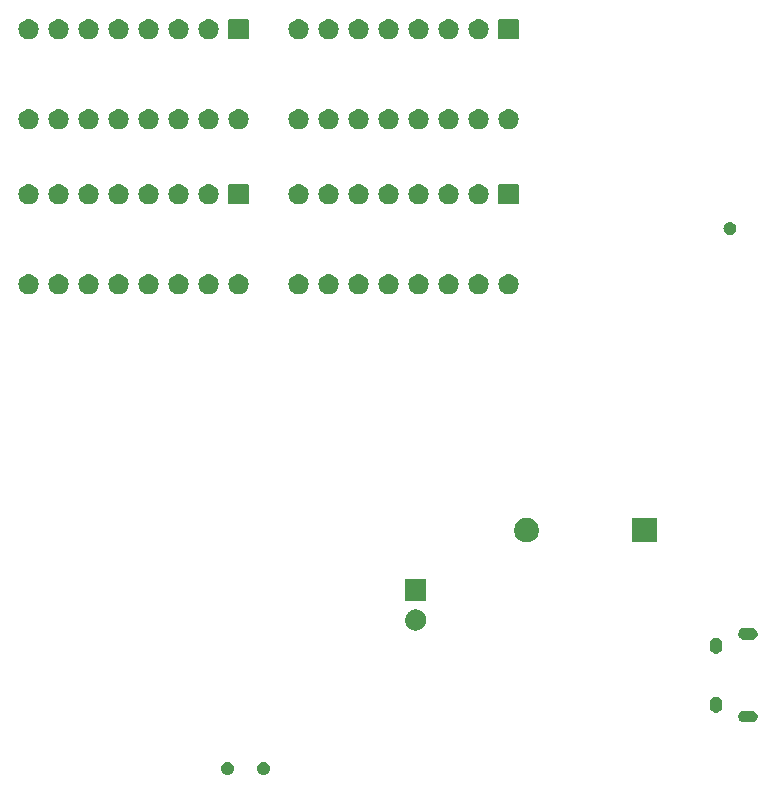
<source format=gbr>
%TF.GenerationSoftware,KiCad,Pcbnew,8.0.0-rc2*%
%TF.CreationDate,2024-01-29T17:44:33-08:00*%
%TF.ProjectId,fluke_884x_continuity_buzzer,666c756b-655f-4383-9834-785f636f6e74,REV1*%
%TF.SameCoordinates,Original*%
%TF.FileFunction,Soldermask,Bot*%
%TF.FilePolarity,Negative*%
%FSLAX46Y46*%
G04 Gerber Fmt 4.6, Leading zero omitted, Abs format (unit mm)*
G04 Created by KiCad (PCBNEW 8.0.0-rc2) date 2024-01-29 17:44:33*
%MOMM*%
%LPD*%
G01*
G04 APERTURE LIST*
G04 APERTURE END LIST*
G36*
X22082609Y-68417775D02*
G01*
X22215500Y-68472820D01*
X22329616Y-68560384D01*
X22417180Y-68674500D01*
X22472225Y-68807391D01*
X22491000Y-68950000D01*
X22472225Y-69092609D01*
X22417180Y-69225500D01*
X22329616Y-69339616D01*
X22215500Y-69427180D01*
X22082609Y-69482225D01*
X21940000Y-69501000D01*
X21797391Y-69482225D01*
X21664500Y-69427180D01*
X21550384Y-69339616D01*
X21462820Y-69225500D01*
X21407775Y-69092609D01*
X21389000Y-68950000D01*
X21407775Y-68807391D01*
X21462820Y-68674500D01*
X21550384Y-68560384D01*
X21664500Y-68472820D01*
X21797391Y-68417775D01*
X21940000Y-68399000D01*
X22082609Y-68417775D01*
G37*
G36*
X25132609Y-68417775D02*
G01*
X25265500Y-68472820D01*
X25379616Y-68560384D01*
X25467180Y-68674500D01*
X25522225Y-68807391D01*
X25541000Y-68950000D01*
X25522225Y-69092609D01*
X25467180Y-69225500D01*
X25379616Y-69339616D01*
X25265500Y-69427180D01*
X25132609Y-69482225D01*
X24990000Y-69501000D01*
X24847391Y-69482225D01*
X24714500Y-69427180D01*
X24600384Y-69339616D01*
X24512820Y-69225500D01*
X24457775Y-69092609D01*
X24439000Y-68950000D01*
X24457775Y-68807391D01*
X24512820Y-68674500D01*
X24600384Y-68560384D01*
X24714500Y-68472820D01*
X24847391Y-68417775D01*
X24990000Y-68399000D01*
X25132609Y-68417775D01*
G37*
G36*
X66384741Y-64045743D02*
G01*
X66509811Y-64079256D01*
X66621946Y-64143997D01*
X66713503Y-64235554D01*
X66778244Y-64347689D01*
X66811757Y-64472759D01*
X66811757Y-64602241D01*
X66778244Y-64727311D01*
X66713503Y-64839446D01*
X66621946Y-64931003D01*
X66509811Y-64995744D01*
X66384741Y-65029257D01*
X65660000Y-65033500D01*
X65595259Y-65029257D01*
X65470189Y-64995744D01*
X65358054Y-64931003D01*
X65266497Y-64839446D01*
X65201756Y-64727311D01*
X65168243Y-64602241D01*
X65168243Y-64472759D01*
X65201756Y-64347689D01*
X65266497Y-64235554D01*
X65358054Y-64143997D01*
X65470189Y-64079256D01*
X65595259Y-64045743D01*
X66320000Y-64041500D01*
X66384741Y-64045743D01*
G37*
G36*
X63491291Y-62901539D02*
G01*
X63610209Y-62970196D01*
X63707304Y-63067291D01*
X63775961Y-63186209D01*
X63811500Y-63318843D01*
X63816000Y-63687500D01*
X63811500Y-63756157D01*
X63775961Y-63888791D01*
X63707304Y-64007709D01*
X63610209Y-64104804D01*
X63491291Y-64173461D01*
X63358657Y-64209000D01*
X63221343Y-64209000D01*
X63088709Y-64173461D01*
X62969791Y-64104804D01*
X62872696Y-64007709D01*
X62804039Y-63888791D01*
X62768500Y-63756157D01*
X62764000Y-63387500D01*
X62768500Y-63318843D01*
X62804039Y-63186209D01*
X62872696Y-63067291D01*
X62969791Y-62970196D01*
X63088709Y-62901539D01*
X63221343Y-62866000D01*
X63358657Y-62866000D01*
X63491291Y-62901539D01*
G37*
G36*
X63491291Y-57901539D02*
G01*
X63610209Y-57970196D01*
X63707304Y-58067291D01*
X63775961Y-58186209D01*
X63811500Y-58318843D01*
X63816000Y-58687500D01*
X63811500Y-58756157D01*
X63775961Y-58888791D01*
X63707304Y-59007709D01*
X63610209Y-59104804D01*
X63491291Y-59173461D01*
X63358657Y-59209000D01*
X63221343Y-59209000D01*
X63088709Y-59173461D01*
X62969791Y-59104804D01*
X62872696Y-59007709D01*
X62804039Y-58888791D01*
X62768500Y-58756157D01*
X62764000Y-58387500D01*
X62768500Y-58318843D01*
X62804039Y-58186209D01*
X62872696Y-58067291D01*
X62969791Y-57970196D01*
X63088709Y-57901539D01*
X63221343Y-57866000D01*
X63358657Y-57866000D01*
X63491291Y-57901539D01*
G37*
G36*
X66384741Y-57045743D02*
G01*
X66509811Y-57079256D01*
X66621946Y-57143997D01*
X66713503Y-57235554D01*
X66778244Y-57347689D01*
X66811757Y-57472759D01*
X66811757Y-57602241D01*
X66778244Y-57727311D01*
X66713503Y-57839446D01*
X66621946Y-57931003D01*
X66509811Y-57995744D01*
X66384741Y-58029257D01*
X65660000Y-58033500D01*
X65595259Y-58029257D01*
X65470189Y-57995744D01*
X65358054Y-57931003D01*
X65266497Y-57839446D01*
X65201756Y-57727311D01*
X65168243Y-57602241D01*
X65168243Y-57472759D01*
X65201756Y-57347689D01*
X65266497Y-57235554D01*
X65358054Y-57143997D01*
X65470189Y-57079256D01*
X65595259Y-57045743D01*
X66320000Y-57041500D01*
X66384741Y-57045743D01*
G37*
G36*
X37907913Y-55468936D02*
G01*
X37954180Y-55468936D01*
X37994129Y-55477427D01*
X38035733Y-55481525D01*
X38087998Y-55497379D01*
X38138424Y-55508098D01*
X38170694Y-55522465D01*
X38204712Y-55532785D01*
X38258767Y-55561678D01*
X38310500Y-55584711D01*
X38334551Y-55602185D01*
X38360447Y-55616027D01*
X38413271Y-55659378D01*
X38462887Y-55695427D01*
X38478996Y-55713318D01*
X38496948Y-55728051D01*
X38545188Y-55786831D01*
X38588924Y-55835405D01*
X38598111Y-55851319D01*
X38608972Y-55864552D01*
X38649149Y-55939719D01*
X38683104Y-55998530D01*
X38687009Y-56010550D01*
X38692214Y-56020287D01*
X38720913Y-56114896D01*
X38741311Y-56177672D01*
X38742028Y-56184502D01*
X38743474Y-56189266D01*
X38757536Y-56332042D01*
X38761000Y-56365000D01*
X38757535Y-56397959D01*
X38743474Y-56540733D01*
X38742029Y-56545496D01*
X38741311Y-56552328D01*
X38720909Y-56615117D01*
X38692214Y-56709712D01*
X38687010Y-56719447D01*
X38683104Y-56731470D01*
X38649142Y-56790293D01*
X38608972Y-56865447D01*
X38598113Y-56878677D01*
X38588924Y-56894595D01*
X38545178Y-56943178D01*
X38496948Y-57001948D01*
X38479000Y-57016677D01*
X38462887Y-57034573D01*
X38413260Y-57070628D01*
X38360447Y-57113972D01*
X38334557Y-57127810D01*
X38310500Y-57145289D01*
X38258756Y-57168326D01*
X38204712Y-57197214D01*
X38170701Y-57207531D01*
X38138424Y-57221902D01*
X38087987Y-57232622D01*
X38035733Y-57248474D01*
X37994138Y-57252570D01*
X37954180Y-57261064D01*
X37907903Y-57261064D01*
X37860000Y-57265782D01*
X37812097Y-57261064D01*
X37765820Y-57261064D01*
X37725862Y-57252570D01*
X37684266Y-57248474D01*
X37632009Y-57232621D01*
X37581576Y-57221902D01*
X37549300Y-57207532D01*
X37515287Y-57197214D01*
X37461237Y-57168323D01*
X37409500Y-57145289D01*
X37385445Y-57127812D01*
X37359552Y-57113972D01*
X37306730Y-57070622D01*
X37257113Y-57034573D01*
X37241002Y-57016680D01*
X37223051Y-57001948D01*
X37174809Y-56943166D01*
X37131076Y-56894595D01*
X37121888Y-56878681D01*
X37111027Y-56865447D01*
X37070844Y-56790269D01*
X37036896Y-56731470D01*
X37032991Y-56719451D01*
X37027785Y-56709712D01*
X36999075Y-56615071D01*
X36978689Y-56552328D01*
X36977971Y-56545501D01*
X36976525Y-56540733D01*
X36962448Y-56397808D01*
X36959000Y-56365000D01*
X36962448Y-56332194D01*
X36976525Y-56189266D01*
X36977971Y-56184497D01*
X36978689Y-56177672D01*
X36999071Y-56114942D01*
X37027785Y-56020287D01*
X37032991Y-56010545D01*
X37036896Y-55998530D01*
X37070836Y-55939742D01*
X37111027Y-55864552D01*
X37121890Y-55851314D01*
X37131076Y-55835405D01*
X37174800Y-55786843D01*
X37223051Y-55728051D01*
X37241005Y-55713315D01*
X37257113Y-55695427D01*
X37306720Y-55659385D01*
X37359552Y-55616027D01*
X37385450Y-55602183D01*
X37409500Y-55584711D01*
X37461226Y-55561681D01*
X37515287Y-55532785D01*
X37549307Y-55522464D01*
X37581576Y-55508098D01*
X37631998Y-55497380D01*
X37684266Y-55481525D01*
X37725871Y-55477427D01*
X37765820Y-55468936D01*
X37812086Y-55468936D01*
X37860000Y-55464217D01*
X37907913Y-55468936D01*
G37*
G36*
X38729517Y-52927882D02*
G01*
X38746062Y-52938938D01*
X38757118Y-52955483D01*
X38761000Y-52975000D01*
X38761000Y-54675000D01*
X38757118Y-54694517D01*
X38746062Y-54711062D01*
X38729517Y-54722118D01*
X38710000Y-54726000D01*
X37010000Y-54726000D01*
X36990483Y-54722118D01*
X36973938Y-54711062D01*
X36962882Y-54694517D01*
X36959000Y-54675000D01*
X36959000Y-52975000D01*
X36962882Y-52955483D01*
X36973938Y-52938938D01*
X36990483Y-52927882D01*
X37010000Y-52924000D01*
X38710000Y-52924000D01*
X38729517Y-52927882D01*
G37*
G36*
X47287465Y-47703675D02*
G01*
X47336955Y-47703675D01*
X47392070Y-47713977D01*
X47445040Y-47719195D01*
X47485279Y-47731401D01*
X47527570Y-47739307D01*
X47586142Y-47761997D01*
X47642200Y-47779003D01*
X47674231Y-47796123D01*
X47708382Y-47809354D01*
X47767719Y-47846093D01*
X47823904Y-47876125D01*
X47847509Y-47895497D01*
X47873251Y-47911436D01*
X47930290Y-47963434D01*
X47983169Y-48006831D01*
X47998839Y-48025924D01*
X48016557Y-48042077D01*
X48067989Y-48110184D01*
X48113875Y-48166096D01*
X48122748Y-48182697D01*
X48133415Y-48196822D01*
X48175860Y-48282064D01*
X48210997Y-48347800D01*
X48214743Y-48360151D01*
X48219848Y-48370402D01*
X48249997Y-48476368D01*
X48270805Y-48544960D01*
X48271488Y-48551900D01*
X48272915Y-48556914D01*
X48287739Y-48716893D01*
X48291000Y-48750000D01*
X48287738Y-48783109D01*
X48272915Y-48943085D01*
X48271488Y-48948097D01*
X48270805Y-48955040D01*
X48249993Y-49023646D01*
X48219848Y-49129597D01*
X48214744Y-49139846D01*
X48210997Y-49152200D01*
X48175853Y-49217949D01*
X48133415Y-49303177D01*
X48122750Y-49317299D01*
X48113875Y-49333904D01*
X48067979Y-49389827D01*
X48016557Y-49457922D01*
X47998842Y-49474071D01*
X47983169Y-49493169D01*
X47930279Y-49536574D01*
X47873251Y-49588563D01*
X47847514Y-49604498D01*
X47823904Y-49623875D01*
X47767707Y-49653912D01*
X47708382Y-49690645D01*
X47674238Y-49703872D01*
X47642200Y-49720997D01*
X47586130Y-49738005D01*
X47527570Y-49760692D01*
X47485286Y-49768596D01*
X47445040Y-49780805D01*
X47392067Y-49786022D01*
X47336955Y-49796325D01*
X47287465Y-49796325D01*
X47240000Y-49801000D01*
X47192535Y-49796325D01*
X47143045Y-49796325D01*
X47087931Y-49786022D01*
X47034960Y-49780805D01*
X46994714Y-49768596D01*
X46952429Y-49760692D01*
X46893865Y-49738004D01*
X46837800Y-49720997D01*
X46805764Y-49703873D01*
X46771617Y-49690645D01*
X46712285Y-49653908D01*
X46656096Y-49623875D01*
X46632488Y-49604500D01*
X46606748Y-49588563D01*
X46549710Y-49536565D01*
X46496831Y-49493169D01*
X46481160Y-49474074D01*
X46463442Y-49457922D01*
X46412007Y-49389811D01*
X46366125Y-49333904D01*
X46357252Y-49317303D01*
X46346584Y-49303177D01*
X46304131Y-49217921D01*
X46269003Y-49152200D01*
X46265257Y-49139851D01*
X46260151Y-49129597D01*
X46229990Y-49023593D01*
X46209195Y-48955040D01*
X46208511Y-48948103D01*
X46207084Y-48943085D01*
X46192244Y-48782938D01*
X46189000Y-48750000D01*
X46192243Y-48717064D01*
X46207084Y-48556914D01*
X46208511Y-48551895D01*
X46209195Y-48544960D01*
X46229986Y-48476421D01*
X46260151Y-48370402D01*
X46265257Y-48360146D01*
X46269003Y-48347800D01*
X46304124Y-48282091D01*
X46346584Y-48196822D01*
X46357253Y-48182692D01*
X46366125Y-48166096D01*
X46411998Y-48110199D01*
X46463442Y-48042077D01*
X46481163Y-48025921D01*
X46496831Y-48006831D01*
X46549699Y-47963443D01*
X46606748Y-47911436D01*
X46632493Y-47895495D01*
X46656096Y-47876125D01*
X46712273Y-47846097D01*
X46771617Y-47809354D01*
X46805771Y-47796122D01*
X46837800Y-47779003D01*
X46893853Y-47761999D01*
X46952429Y-47739307D01*
X46994721Y-47731401D01*
X47034960Y-47719195D01*
X47087928Y-47713977D01*
X47143045Y-47703675D01*
X47192535Y-47703675D01*
X47240000Y-47699000D01*
X47287465Y-47703675D01*
G37*
G36*
X58259517Y-47702882D02*
G01*
X58276062Y-47713938D01*
X58287118Y-47730483D01*
X58291000Y-47750000D01*
X58291000Y-49750000D01*
X58287118Y-49769517D01*
X58276062Y-49786062D01*
X58259517Y-49797118D01*
X58240000Y-49801000D01*
X56240000Y-49801000D01*
X56220483Y-49797118D01*
X56203938Y-49786062D01*
X56192882Y-49769517D01*
X56189000Y-49750000D01*
X56189000Y-47750000D01*
X56192882Y-47730483D01*
X56203938Y-47713938D01*
X56220483Y-47702882D01*
X56240000Y-47699000D01*
X58240000Y-47699000D01*
X58259517Y-47702882D01*
G37*
G36*
X5342973Y-27130651D02*
G01*
X5505500Y-27203012D01*
X5649430Y-27307584D01*
X5768473Y-27439795D01*
X5857427Y-27593867D01*
X5912404Y-27763067D01*
X5931000Y-27940000D01*
X5912404Y-28116933D01*
X5857427Y-28286133D01*
X5768473Y-28440205D01*
X5649430Y-28572416D01*
X5505500Y-28676988D01*
X5342973Y-28749349D01*
X5168954Y-28786338D01*
X4991046Y-28786338D01*
X4817027Y-28749349D01*
X4654500Y-28676988D01*
X4510570Y-28572416D01*
X4391527Y-28440205D01*
X4302573Y-28286133D01*
X4247596Y-28116933D01*
X4229000Y-27940000D01*
X4247596Y-27763067D01*
X4302573Y-27593867D01*
X4391527Y-27439795D01*
X4510570Y-27307584D01*
X4654500Y-27203012D01*
X4817027Y-27130651D01*
X4991046Y-27093662D01*
X5168954Y-27093662D01*
X5342973Y-27130651D01*
G37*
G36*
X7882973Y-27130651D02*
G01*
X8045500Y-27203012D01*
X8189430Y-27307584D01*
X8308473Y-27439795D01*
X8397427Y-27593867D01*
X8452404Y-27763067D01*
X8471000Y-27940000D01*
X8452404Y-28116933D01*
X8397427Y-28286133D01*
X8308473Y-28440205D01*
X8189430Y-28572416D01*
X8045500Y-28676988D01*
X7882973Y-28749349D01*
X7708954Y-28786338D01*
X7531046Y-28786338D01*
X7357027Y-28749349D01*
X7194500Y-28676988D01*
X7050570Y-28572416D01*
X6931527Y-28440205D01*
X6842573Y-28286133D01*
X6787596Y-28116933D01*
X6769000Y-27940000D01*
X6787596Y-27763067D01*
X6842573Y-27593867D01*
X6931527Y-27439795D01*
X7050570Y-27307584D01*
X7194500Y-27203012D01*
X7357027Y-27130651D01*
X7531046Y-27093662D01*
X7708954Y-27093662D01*
X7882973Y-27130651D01*
G37*
G36*
X10422973Y-27130651D02*
G01*
X10585500Y-27203012D01*
X10729430Y-27307584D01*
X10848473Y-27439795D01*
X10937427Y-27593867D01*
X10992404Y-27763067D01*
X11011000Y-27940000D01*
X10992404Y-28116933D01*
X10937427Y-28286133D01*
X10848473Y-28440205D01*
X10729430Y-28572416D01*
X10585500Y-28676988D01*
X10422973Y-28749349D01*
X10248954Y-28786338D01*
X10071046Y-28786338D01*
X9897027Y-28749349D01*
X9734500Y-28676988D01*
X9590570Y-28572416D01*
X9471527Y-28440205D01*
X9382573Y-28286133D01*
X9327596Y-28116933D01*
X9309000Y-27940000D01*
X9327596Y-27763067D01*
X9382573Y-27593867D01*
X9471527Y-27439795D01*
X9590570Y-27307584D01*
X9734500Y-27203012D01*
X9897027Y-27130651D01*
X10071046Y-27093662D01*
X10248954Y-27093662D01*
X10422973Y-27130651D01*
G37*
G36*
X12962973Y-27130651D02*
G01*
X13125500Y-27203012D01*
X13269430Y-27307584D01*
X13388473Y-27439795D01*
X13477427Y-27593867D01*
X13532404Y-27763067D01*
X13551000Y-27940000D01*
X13532404Y-28116933D01*
X13477427Y-28286133D01*
X13388473Y-28440205D01*
X13269430Y-28572416D01*
X13125500Y-28676988D01*
X12962973Y-28749349D01*
X12788954Y-28786338D01*
X12611046Y-28786338D01*
X12437027Y-28749349D01*
X12274500Y-28676988D01*
X12130570Y-28572416D01*
X12011527Y-28440205D01*
X11922573Y-28286133D01*
X11867596Y-28116933D01*
X11849000Y-27940000D01*
X11867596Y-27763067D01*
X11922573Y-27593867D01*
X12011527Y-27439795D01*
X12130570Y-27307584D01*
X12274500Y-27203012D01*
X12437027Y-27130651D01*
X12611046Y-27093662D01*
X12788954Y-27093662D01*
X12962973Y-27130651D01*
G37*
G36*
X15502973Y-27130651D02*
G01*
X15665500Y-27203012D01*
X15809430Y-27307584D01*
X15928473Y-27439795D01*
X16017427Y-27593867D01*
X16072404Y-27763067D01*
X16091000Y-27940000D01*
X16072404Y-28116933D01*
X16017427Y-28286133D01*
X15928473Y-28440205D01*
X15809430Y-28572416D01*
X15665500Y-28676988D01*
X15502973Y-28749349D01*
X15328954Y-28786338D01*
X15151046Y-28786338D01*
X14977027Y-28749349D01*
X14814500Y-28676988D01*
X14670570Y-28572416D01*
X14551527Y-28440205D01*
X14462573Y-28286133D01*
X14407596Y-28116933D01*
X14389000Y-27940000D01*
X14407596Y-27763067D01*
X14462573Y-27593867D01*
X14551527Y-27439795D01*
X14670570Y-27307584D01*
X14814500Y-27203012D01*
X14977027Y-27130651D01*
X15151046Y-27093662D01*
X15328954Y-27093662D01*
X15502973Y-27130651D01*
G37*
G36*
X18042973Y-27130651D02*
G01*
X18205500Y-27203012D01*
X18349430Y-27307584D01*
X18468473Y-27439795D01*
X18557427Y-27593867D01*
X18612404Y-27763067D01*
X18631000Y-27940000D01*
X18612404Y-28116933D01*
X18557427Y-28286133D01*
X18468473Y-28440205D01*
X18349430Y-28572416D01*
X18205500Y-28676988D01*
X18042973Y-28749349D01*
X17868954Y-28786338D01*
X17691046Y-28786338D01*
X17517027Y-28749349D01*
X17354500Y-28676988D01*
X17210570Y-28572416D01*
X17091527Y-28440205D01*
X17002573Y-28286133D01*
X16947596Y-28116933D01*
X16929000Y-27940000D01*
X16947596Y-27763067D01*
X17002573Y-27593867D01*
X17091527Y-27439795D01*
X17210570Y-27307584D01*
X17354500Y-27203012D01*
X17517027Y-27130651D01*
X17691046Y-27093662D01*
X17868954Y-27093662D01*
X18042973Y-27130651D01*
G37*
G36*
X20582973Y-27130651D02*
G01*
X20745500Y-27203012D01*
X20889430Y-27307584D01*
X21008473Y-27439795D01*
X21097427Y-27593867D01*
X21152404Y-27763067D01*
X21171000Y-27940000D01*
X21152404Y-28116933D01*
X21097427Y-28286133D01*
X21008473Y-28440205D01*
X20889430Y-28572416D01*
X20745500Y-28676988D01*
X20582973Y-28749349D01*
X20408954Y-28786338D01*
X20231046Y-28786338D01*
X20057027Y-28749349D01*
X19894500Y-28676988D01*
X19750570Y-28572416D01*
X19631527Y-28440205D01*
X19542573Y-28286133D01*
X19487596Y-28116933D01*
X19469000Y-27940000D01*
X19487596Y-27763067D01*
X19542573Y-27593867D01*
X19631527Y-27439795D01*
X19750570Y-27307584D01*
X19894500Y-27203012D01*
X20057027Y-27130651D01*
X20231046Y-27093662D01*
X20408954Y-27093662D01*
X20582973Y-27130651D01*
G37*
G36*
X23122973Y-27130651D02*
G01*
X23285500Y-27203012D01*
X23429430Y-27307584D01*
X23548473Y-27439795D01*
X23637427Y-27593867D01*
X23692404Y-27763067D01*
X23711000Y-27940000D01*
X23692404Y-28116933D01*
X23637427Y-28286133D01*
X23548473Y-28440205D01*
X23429430Y-28572416D01*
X23285500Y-28676988D01*
X23122973Y-28749349D01*
X22948954Y-28786338D01*
X22771046Y-28786338D01*
X22597027Y-28749349D01*
X22434500Y-28676988D01*
X22290570Y-28572416D01*
X22171527Y-28440205D01*
X22082573Y-28286133D01*
X22027596Y-28116933D01*
X22009000Y-27940000D01*
X22027596Y-27763067D01*
X22082573Y-27593867D01*
X22171527Y-27439795D01*
X22290570Y-27307584D01*
X22434500Y-27203012D01*
X22597027Y-27130651D01*
X22771046Y-27093662D01*
X22948954Y-27093662D01*
X23122973Y-27130651D01*
G37*
G36*
X28202973Y-27130651D02*
G01*
X28365500Y-27203012D01*
X28509430Y-27307584D01*
X28628473Y-27439795D01*
X28717427Y-27593867D01*
X28772404Y-27763067D01*
X28791000Y-27940000D01*
X28772404Y-28116933D01*
X28717427Y-28286133D01*
X28628473Y-28440205D01*
X28509430Y-28572416D01*
X28365500Y-28676988D01*
X28202973Y-28749349D01*
X28028954Y-28786338D01*
X27851046Y-28786338D01*
X27677027Y-28749349D01*
X27514500Y-28676988D01*
X27370570Y-28572416D01*
X27251527Y-28440205D01*
X27162573Y-28286133D01*
X27107596Y-28116933D01*
X27089000Y-27940000D01*
X27107596Y-27763067D01*
X27162573Y-27593867D01*
X27251527Y-27439795D01*
X27370570Y-27307584D01*
X27514500Y-27203012D01*
X27677027Y-27130651D01*
X27851046Y-27093662D01*
X28028954Y-27093662D01*
X28202973Y-27130651D01*
G37*
G36*
X30742973Y-27130651D02*
G01*
X30905500Y-27203012D01*
X31049430Y-27307584D01*
X31168473Y-27439795D01*
X31257427Y-27593867D01*
X31312404Y-27763067D01*
X31331000Y-27940000D01*
X31312404Y-28116933D01*
X31257427Y-28286133D01*
X31168473Y-28440205D01*
X31049430Y-28572416D01*
X30905500Y-28676988D01*
X30742973Y-28749349D01*
X30568954Y-28786338D01*
X30391046Y-28786338D01*
X30217027Y-28749349D01*
X30054500Y-28676988D01*
X29910570Y-28572416D01*
X29791527Y-28440205D01*
X29702573Y-28286133D01*
X29647596Y-28116933D01*
X29629000Y-27940000D01*
X29647596Y-27763067D01*
X29702573Y-27593867D01*
X29791527Y-27439795D01*
X29910570Y-27307584D01*
X30054500Y-27203012D01*
X30217027Y-27130651D01*
X30391046Y-27093662D01*
X30568954Y-27093662D01*
X30742973Y-27130651D01*
G37*
G36*
X33282973Y-27130651D02*
G01*
X33445500Y-27203012D01*
X33589430Y-27307584D01*
X33708473Y-27439795D01*
X33797427Y-27593867D01*
X33852404Y-27763067D01*
X33871000Y-27940000D01*
X33852404Y-28116933D01*
X33797427Y-28286133D01*
X33708473Y-28440205D01*
X33589430Y-28572416D01*
X33445500Y-28676988D01*
X33282973Y-28749349D01*
X33108954Y-28786338D01*
X32931046Y-28786338D01*
X32757027Y-28749349D01*
X32594500Y-28676988D01*
X32450570Y-28572416D01*
X32331527Y-28440205D01*
X32242573Y-28286133D01*
X32187596Y-28116933D01*
X32169000Y-27940000D01*
X32187596Y-27763067D01*
X32242573Y-27593867D01*
X32331527Y-27439795D01*
X32450570Y-27307584D01*
X32594500Y-27203012D01*
X32757027Y-27130651D01*
X32931046Y-27093662D01*
X33108954Y-27093662D01*
X33282973Y-27130651D01*
G37*
G36*
X35822973Y-27130651D02*
G01*
X35985500Y-27203012D01*
X36129430Y-27307584D01*
X36248473Y-27439795D01*
X36337427Y-27593867D01*
X36392404Y-27763067D01*
X36411000Y-27940000D01*
X36392404Y-28116933D01*
X36337427Y-28286133D01*
X36248473Y-28440205D01*
X36129430Y-28572416D01*
X35985500Y-28676988D01*
X35822973Y-28749349D01*
X35648954Y-28786338D01*
X35471046Y-28786338D01*
X35297027Y-28749349D01*
X35134500Y-28676988D01*
X34990570Y-28572416D01*
X34871527Y-28440205D01*
X34782573Y-28286133D01*
X34727596Y-28116933D01*
X34709000Y-27940000D01*
X34727596Y-27763067D01*
X34782573Y-27593867D01*
X34871527Y-27439795D01*
X34990570Y-27307584D01*
X35134500Y-27203012D01*
X35297027Y-27130651D01*
X35471046Y-27093662D01*
X35648954Y-27093662D01*
X35822973Y-27130651D01*
G37*
G36*
X38362973Y-27130651D02*
G01*
X38525500Y-27203012D01*
X38669430Y-27307584D01*
X38788473Y-27439795D01*
X38877427Y-27593867D01*
X38932404Y-27763067D01*
X38951000Y-27940000D01*
X38932404Y-28116933D01*
X38877427Y-28286133D01*
X38788473Y-28440205D01*
X38669430Y-28572416D01*
X38525500Y-28676988D01*
X38362973Y-28749349D01*
X38188954Y-28786338D01*
X38011046Y-28786338D01*
X37837027Y-28749349D01*
X37674500Y-28676988D01*
X37530570Y-28572416D01*
X37411527Y-28440205D01*
X37322573Y-28286133D01*
X37267596Y-28116933D01*
X37249000Y-27940000D01*
X37267596Y-27763067D01*
X37322573Y-27593867D01*
X37411527Y-27439795D01*
X37530570Y-27307584D01*
X37674500Y-27203012D01*
X37837027Y-27130651D01*
X38011046Y-27093662D01*
X38188954Y-27093662D01*
X38362973Y-27130651D01*
G37*
G36*
X40902973Y-27130651D02*
G01*
X41065500Y-27203012D01*
X41209430Y-27307584D01*
X41328473Y-27439795D01*
X41417427Y-27593867D01*
X41472404Y-27763067D01*
X41491000Y-27940000D01*
X41472404Y-28116933D01*
X41417427Y-28286133D01*
X41328473Y-28440205D01*
X41209430Y-28572416D01*
X41065500Y-28676988D01*
X40902973Y-28749349D01*
X40728954Y-28786338D01*
X40551046Y-28786338D01*
X40377027Y-28749349D01*
X40214500Y-28676988D01*
X40070570Y-28572416D01*
X39951527Y-28440205D01*
X39862573Y-28286133D01*
X39807596Y-28116933D01*
X39789000Y-27940000D01*
X39807596Y-27763067D01*
X39862573Y-27593867D01*
X39951527Y-27439795D01*
X40070570Y-27307584D01*
X40214500Y-27203012D01*
X40377027Y-27130651D01*
X40551046Y-27093662D01*
X40728954Y-27093662D01*
X40902973Y-27130651D01*
G37*
G36*
X43442973Y-27130651D02*
G01*
X43605500Y-27203012D01*
X43749430Y-27307584D01*
X43868473Y-27439795D01*
X43957427Y-27593867D01*
X44012404Y-27763067D01*
X44031000Y-27940000D01*
X44012404Y-28116933D01*
X43957427Y-28286133D01*
X43868473Y-28440205D01*
X43749430Y-28572416D01*
X43605500Y-28676988D01*
X43442973Y-28749349D01*
X43268954Y-28786338D01*
X43091046Y-28786338D01*
X42917027Y-28749349D01*
X42754500Y-28676988D01*
X42610570Y-28572416D01*
X42491527Y-28440205D01*
X42402573Y-28286133D01*
X42347596Y-28116933D01*
X42329000Y-27940000D01*
X42347596Y-27763067D01*
X42402573Y-27593867D01*
X42491527Y-27439795D01*
X42610570Y-27307584D01*
X42754500Y-27203012D01*
X42917027Y-27130651D01*
X43091046Y-27093662D01*
X43268954Y-27093662D01*
X43442973Y-27130651D01*
G37*
G36*
X45982973Y-27130651D02*
G01*
X46145500Y-27203012D01*
X46289430Y-27307584D01*
X46408473Y-27439795D01*
X46497427Y-27593867D01*
X46552404Y-27763067D01*
X46571000Y-27940000D01*
X46552404Y-28116933D01*
X46497427Y-28286133D01*
X46408473Y-28440205D01*
X46289430Y-28572416D01*
X46145500Y-28676988D01*
X45982973Y-28749349D01*
X45808954Y-28786338D01*
X45631046Y-28786338D01*
X45457027Y-28749349D01*
X45294500Y-28676988D01*
X45150570Y-28572416D01*
X45031527Y-28440205D01*
X44942573Y-28286133D01*
X44887596Y-28116933D01*
X44869000Y-27940000D01*
X44887596Y-27763067D01*
X44942573Y-27593867D01*
X45031527Y-27439795D01*
X45150570Y-27307584D01*
X45294500Y-27203012D01*
X45457027Y-27130651D01*
X45631046Y-27093662D01*
X45808954Y-27093662D01*
X45982973Y-27130651D01*
G37*
G36*
X64602609Y-22667775D02*
G01*
X64735500Y-22722820D01*
X64849616Y-22810384D01*
X64937180Y-22924500D01*
X64992225Y-23057391D01*
X65011000Y-23200000D01*
X64992225Y-23342609D01*
X64937180Y-23475500D01*
X64849616Y-23589616D01*
X64735500Y-23677180D01*
X64602609Y-23732225D01*
X64460000Y-23751000D01*
X64317391Y-23732225D01*
X64184500Y-23677180D01*
X64070384Y-23589616D01*
X63982820Y-23475500D01*
X63927775Y-23342609D01*
X63909000Y-23200000D01*
X63927775Y-23057391D01*
X63982820Y-22924500D01*
X64070384Y-22810384D01*
X64184500Y-22722820D01*
X64317391Y-22667775D01*
X64460000Y-22649000D01*
X64602609Y-22667775D01*
G37*
G36*
X23679517Y-19472882D02*
G01*
X23696062Y-19483938D01*
X23707118Y-19500483D01*
X23711000Y-19520000D01*
X23711000Y-21120000D01*
X23707118Y-21139517D01*
X23696062Y-21156062D01*
X23679517Y-21167118D01*
X23660000Y-21171000D01*
X22060000Y-21171000D01*
X22040483Y-21167118D01*
X22023938Y-21156062D01*
X22012882Y-21139517D01*
X22009000Y-21120000D01*
X22009000Y-19520000D01*
X22012882Y-19500483D01*
X22023938Y-19483938D01*
X22040483Y-19472882D01*
X22060000Y-19469000D01*
X23660000Y-19469000D01*
X23679517Y-19472882D01*
G37*
G36*
X46539517Y-19472882D02*
G01*
X46556062Y-19483938D01*
X46567118Y-19500483D01*
X46571000Y-19520000D01*
X46571000Y-21120000D01*
X46567118Y-21139517D01*
X46556062Y-21156062D01*
X46539517Y-21167118D01*
X46520000Y-21171000D01*
X44920000Y-21171000D01*
X44900483Y-21167118D01*
X44883938Y-21156062D01*
X44872882Y-21139517D01*
X44869000Y-21120000D01*
X44869000Y-19520000D01*
X44872882Y-19500483D01*
X44883938Y-19483938D01*
X44900483Y-19472882D01*
X44920000Y-19469000D01*
X46520000Y-19469000D01*
X46539517Y-19472882D01*
G37*
G36*
X5342973Y-19510651D02*
G01*
X5505500Y-19583012D01*
X5649430Y-19687584D01*
X5768473Y-19819795D01*
X5857427Y-19973867D01*
X5912404Y-20143067D01*
X5931000Y-20320000D01*
X5912404Y-20496933D01*
X5857427Y-20666133D01*
X5768473Y-20820205D01*
X5649430Y-20952416D01*
X5505500Y-21056988D01*
X5342973Y-21129349D01*
X5168954Y-21166338D01*
X4991046Y-21166338D01*
X4817027Y-21129349D01*
X4654500Y-21056988D01*
X4510570Y-20952416D01*
X4391527Y-20820205D01*
X4302573Y-20666133D01*
X4247596Y-20496933D01*
X4229000Y-20320000D01*
X4247596Y-20143067D01*
X4302573Y-19973867D01*
X4391527Y-19819795D01*
X4510570Y-19687584D01*
X4654500Y-19583012D01*
X4817027Y-19510651D01*
X4991046Y-19473662D01*
X5168954Y-19473662D01*
X5342973Y-19510651D01*
G37*
G36*
X7882973Y-19510651D02*
G01*
X8045500Y-19583012D01*
X8189430Y-19687584D01*
X8308473Y-19819795D01*
X8397427Y-19973867D01*
X8452404Y-20143067D01*
X8471000Y-20320000D01*
X8452404Y-20496933D01*
X8397427Y-20666133D01*
X8308473Y-20820205D01*
X8189430Y-20952416D01*
X8045500Y-21056988D01*
X7882973Y-21129349D01*
X7708954Y-21166338D01*
X7531046Y-21166338D01*
X7357027Y-21129349D01*
X7194500Y-21056988D01*
X7050570Y-20952416D01*
X6931527Y-20820205D01*
X6842573Y-20666133D01*
X6787596Y-20496933D01*
X6769000Y-20320000D01*
X6787596Y-20143067D01*
X6842573Y-19973867D01*
X6931527Y-19819795D01*
X7050570Y-19687584D01*
X7194500Y-19583012D01*
X7357027Y-19510651D01*
X7531046Y-19473662D01*
X7708954Y-19473662D01*
X7882973Y-19510651D01*
G37*
G36*
X10422973Y-19510651D02*
G01*
X10585500Y-19583012D01*
X10729430Y-19687584D01*
X10848473Y-19819795D01*
X10937427Y-19973867D01*
X10992404Y-20143067D01*
X11011000Y-20320000D01*
X10992404Y-20496933D01*
X10937427Y-20666133D01*
X10848473Y-20820205D01*
X10729430Y-20952416D01*
X10585500Y-21056988D01*
X10422973Y-21129349D01*
X10248954Y-21166338D01*
X10071046Y-21166338D01*
X9897027Y-21129349D01*
X9734500Y-21056988D01*
X9590570Y-20952416D01*
X9471527Y-20820205D01*
X9382573Y-20666133D01*
X9327596Y-20496933D01*
X9309000Y-20320000D01*
X9327596Y-20143067D01*
X9382573Y-19973867D01*
X9471527Y-19819795D01*
X9590570Y-19687584D01*
X9734500Y-19583012D01*
X9897027Y-19510651D01*
X10071046Y-19473662D01*
X10248954Y-19473662D01*
X10422973Y-19510651D01*
G37*
G36*
X12962973Y-19510651D02*
G01*
X13125500Y-19583012D01*
X13269430Y-19687584D01*
X13388473Y-19819795D01*
X13477427Y-19973867D01*
X13532404Y-20143067D01*
X13551000Y-20320000D01*
X13532404Y-20496933D01*
X13477427Y-20666133D01*
X13388473Y-20820205D01*
X13269430Y-20952416D01*
X13125500Y-21056988D01*
X12962973Y-21129349D01*
X12788954Y-21166338D01*
X12611046Y-21166338D01*
X12437027Y-21129349D01*
X12274500Y-21056988D01*
X12130570Y-20952416D01*
X12011527Y-20820205D01*
X11922573Y-20666133D01*
X11867596Y-20496933D01*
X11849000Y-20320000D01*
X11867596Y-20143067D01*
X11922573Y-19973867D01*
X12011527Y-19819795D01*
X12130570Y-19687584D01*
X12274500Y-19583012D01*
X12437027Y-19510651D01*
X12611046Y-19473662D01*
X12788954Y-19473662D01*
X12962973Y-19510651D01*
G37*
G36*
X15502973Y-19510651D02*
G01*
X15665500Y-19583012D01*
X15809430Y-19687584D01*
X15928473Y-19819795D01*
X16017427Y-19973867D01*
X16072404Y-20143067D01*
X16091000Y-20320000D01*
X16072404Y-20496933D01*
X16017427Y-20666133D01*
X15928473Y-20820205D01*
X15809430Y-20952416D01*
X15665500Y-21056988D01*
X15502973Y-21129349D01*
X15328954Y-21166338D01*
X15151046Y-21166338D01*
X14977027Y-21129349D01*
X14814500Y-21056988D01*
X14670570Y-20952416D01*
X14551527Y-20820205D01*
X14462573Y-20666133D01*
X14407596Y-20496933D01*
X14389000Y-20320000D01*
X14407596Y-20143067D01*
X14462573Y-19973867D01*
X14551527Y-19819795D01*
X14670570Y-19687584D01*
X14814500Y-19583012D01*
X14977027Y-19510651D01*
X15151046Y-19473662D01*
X15328954Y-19473662D01*
X15502973Y-19510651D01*
G37*
G36*
X18042973Y-19510651D02*
G01*
X18205500Y-19583012D01*
X18349430Y-19687584D01*
X18468473Y-19819795D01*
X18557427Y-19973867D01*
X18612404Y-20143067D01*
X18631000Y-20320000D01*
X18612404Y-20496933D01*
X18557427Y-20666133D01*
X18468473Y-20820205D01*
X18349430Y-20952416D01*
X18205500Y-21056988D01*
X18042973Y-21129349D01*
X17868954Y-21166338D01*
X17691046Y-21166338D01*
X17517027Y-21129349D01*
X17354500Y-21056988D01*
X17210570Y-20952416D01*
X17091527Y-20820205D01*
X17002573Y-20666133D01*
X16947596Y-20496933D01*
X16929000Y-20320000D01*
X16947596Y-20143067D01*
X17002573Y-19973867D01*
X17091527Y-19819795D01*
X17210570Y-19687584D01*
X17354500Y-19583012D01*
X17517027Y-19510651D01*
X17691046Y-19473662D01*
X17868954Y-19473662D01*
X18042973Y-19510651D01*
G37*
G36*
X20582973Y-19510651D02*
G01*
X20745500Y-19583012D01*
X20889430Y-19687584D01*
X21008473Y-19819795D01*
X21097427Y-19973867D01*
X21152404Y-20143067D01*
X21171000Y-20320000D01*
X21152404Y-20496933D01*
X21097427Y-20666133D01*
X21008473Y-20820205D01*
X20889430Y-20952416D01*
X20745500Y-21056988D01*
X20582973Y-21129349D01*
X20408954Y-21166338D01*
X20231046Y-21166338D01*
X20057027Y-21129349D01*
X19894500Y-21056988D01*
X19750570Y-20952416D01*
X19631527Y-20820205D01*
X19542573Y-20666133D01*
X19487596Y-20496933D01*
X19469000Y-20320000D01*
X19487596Y-20143067D01*
X19542573Y-19973867D01*
X19631527Y-19819795D01*
X19750570Y-19687584D01*
X19894500Y-19583012D01*
X20057027Y-19510651D01*
X20231046Y-19473662D01*
X20408954Y-19473662D01*
X20582973Y-19510651D01*
G37*
G36*
X28202973Y-19510651D02*
G01*
X28365500Y-19583012D01*
X28509430Y-19687584D01*
X28628473Y-19819795D01*
X28717427Y-19973867D01*
X28772404Y-20143067D01*
X28791000Y-20320000D01*
X28772404Y-20496933D01*
X28717427Y-20666133D01*
X28628473Y-20820205D01*
X28509430Y-20952416D01*
X28365500Y-21056988D01*
X28202973Y-21129349D01*
X28028954Y-21166338D01*
X27851046Y-21166338D01*
X27677027Y-21129349D01*
X27514500Y-21056988D01*
X27370570Y-20952416D01*
X27251527Y-20820205D01*
X27162573Y-20666133D01*
X27107596Y-20496933D01*
X27089000Y-20320000D01*
X27107596Y-20143067D01*
X27162573Y-19973867D01*
X27251527Y-19819795D01*
X27370570Y-19687584D01*
X27514500Y-19583012D01*
X27677027Y-19510651D01*
X27851046Y-19473662D01*
X28028954Y-19473662D01*
X28202973Y-19510651D01*
G37*
G36*
X30742973Y-19510651D02*
G01*
X30905500Y-19583012D01*
X31049430Y-19687584D01*
X31168473Y-19819795D01*
X31257427Y-19973867D01*
X31312404Y-20143067D01*
X31331000Y-20320000D01*
X31312404Y-20496933D01*
X31257427Y-20666133D01*
X31168473Y-20820205D01*
X31049430Y-20952416D01*
X30905500Y-21056988D01*
X30742973Y-21129349D01*
X30568954Y-21166338D01*
X30391046Y-21166338D01*
X30217027Y-21129349D01*
X30054500Y-21056988D01*
X29910570Y-20952416D01*
X29791527Y-20820205D01*
X29702573Y-20666133D01*
X29647596Y-20496933D01*
X29629000Y-20320000D01*
X29647596Y-20143067D01*
X29702573Y-19973867D01*
X29791527Y-19819795D01*
X29910570Y-19687584D01*
X30054500Y-19583012D01*
X30217027Y-19510651D01*
X30391046Y-19473662D01*
X30568954Y-19473662D01*
X30742973Y-19510651D01*
G37*
G36*
X33282973Y-19510651D02*
G01*
X33445500Y-19583012D01*
X33589430Y-19687584D01*
X33708473Y-19819795D01*
X33797427Y-19973867D01*
X33852404Y-20143067D01*
X33871000Y-20320000D01*
X33852404Y-20496933D01*
X33797427Y-20666133D01*
X33708473Y-20820205D01*
X33589430Y-20952416D01*
X33445500Y-21056988D01*
X33282973Y-21129349D01*
X33108954Y-21166338D01*
X32931046Y-21166338D01*
X32757027Y-21129349D01*
X32594500Y-21056988D01*
X32450570Y-20952416D01*
X32331527Y-20820205D01*
X32242573Y-20666133D01*
X32187596Y-20496933D01*
X32169000Y-20320000D01*
X32187596Y-20143067D01*
X32242573Y-19973867D01*
X32331527Y-19819795D01*
X32450570Y-19687584D01*
X32594500Y-19583012D01*
X32757027Y-19510651D01*
X32931046Y-19473662D01*
X33108954Y-19473662D01*
X33282973Y-19510651D01*
G37*
G36*
X35822973Y-19510651D02*
G01*
X35985500Y-19583012D01*
X36129430Y-19687584D01*
X36248473Y-19819795D01*
X36337427Y-19973867D01*
X36392404Y-20143067D01*
X36411000Y-20320000D01*
X36392404Y-20496933D01*
X36337427Y-20666133D01*
X36248473Y-20820205D01*
X36129430Y-20952416D01*
X35985500Y-21056988D01*
X35822973Y-21129349D01*
X35648954Y-21166338D01*
X35471046Y-21166338D01*
X35297027Y-21129349D01*
X35134500Y-21056988D01*
X34990570Y-20952416D01*
X34871527Y-20820205D01*
X34782573Y-20666133D01*
X34727596Y-20496933D01*
X34709000Y-20320000D01*
X34727596Y-20143067D01*
X34782573Y-19973867D01*
X34871527Y-19819795D01*
X34990570Y-19687584D01*
X35134500Y-19583012D01*
X35297027Y-19510651D01*
X35471046Y-19473662D01*
X35648954Y-19473662D01*
X35822973Y-19510651D01*
G37*
G36*
X38362973Y-19510651D02*
G01*
X38525500Y-19583012D01*
X38669430Y-19687584D01*
X38788473Y-19819795D01*
X38877427Y-19973867D01*
X38932404Y-20143067D01*
X38951000Y-20320000D01*
X38932404Y-20496933D01*
X38877427Y-20666133D01*
X38788473Y-20820205D01*
X38669430Y-20952416D01*
X38525500Y-21056988D01*
X38362973Y-21129349D01*
X38188954Y-21166338D01*
X38011046Y-21166338D01*
X37837027Y-21129349D01*
X37674500Y-21056988D01*
X37530570Y-20952416D01*
X37411527Y-20820205D01*
X37322573Y-20666133D01*
X37267596Y-20496933D01*
X37249000Y-20320000D01*
X37267596Y-20143067D01*
X37322573Y-19973867D01*
X37411527Y-19819795D01*
X37530570Y-19687584D01*
X37674500Y-19583012D01*
X37837027Y-19510651D01*
X38011046Y-19473662D01*
X38188954Y-19473662D01*
X38362973Y-19510651D01*
G37*
G36*
X40902973Y-19510651D02*
G01*
X41065500Y-19583012D01*
X41209430Y-19687584D01*
X41328473Y-19819795D01*
X41417427Y-19973867D01*
X41472404Y-20143067D01*
X41491000Y-20320000D01*
X41472404Y-20496933D01*
X41417427Y-20666133D01*
X41328473Y-20820205D01*
X41209430Y-20952416D01*
X41065500Y-21056988D01*
X40902973Y-21129349D01*
X40728954Y-21166338D01*
X40551046Y-21166338D01*
X40377027Y-21129349D01*
X40214500Y-21056988D01*
X40070570Y-20952416D01*
X39951527Y-20820205D01*
X39862573Y-20666133D01*
X39807596Y-20496933D01*
X39789000Y-20320000D01*
X39807596Y-20143067D01*
X39862573Y-19973867D01*
X39951527Y-19819795D01*
X40070570Y-19687584D01*
X40214500Y-19583012D01*
X40377027Y-19510651D01*
X40551046Y-19473662D01*
X40728954Y-19473662D01*
X40902973Y-19510651D01*
G37*
G36*
X43442973Y-19510651D02*
G01*
X43605500Y-19583012D01*
X43749430Y-19687584D01*
X43868473Y-19819795D01*
X43957427Y-19973867D01*
X44012404Y-20143067D01*
X44031000Y-20320000D01*
X44012404Y-20496933D01*
X43957427Y-20666133D01*
X43868473Y-20820205D01*
X43749430Y-20952416D01*
X43605500Y-21056988D01*
X43442973Y-21129349D01*
X43268954Y-21166338D01*
X43091046Y-21166338D01*
X42917027Y-21129349D01*
X42754500Y-21056988D01*
X42610570Y-20952416D01*
X42491527Y-20820205D01*
X42402573Y-20666133D01*
X42347596Y-20496933D01*
X42329000Y-20320000D01*
X42347596Y-20143067D01*
X42402573Y-19973867D01*
X42491527Y-19819795D01*
X42610570Y-19687584D01*
X42754500Y-19583012D01*
X42917027Y-19510651D01*
X43091046Y-19473662D01*
X43268954Y-19473662D01*
X43442973Y-19510651D01*
G37*
G36*
X5342973Y-13160651D02*
G01*
X5505500Y-13233012D01*
X5649430Y-13337584D01*
X5768473Y-13469795D01*
X5857427Y-13623867D01*
X5912404Y-13793067D01*
X5931000Y-13970000D01*
X5912404Y-14146933D01*
X5857427Y-14316133D01*
X5768473Y-14470205D01*
X5649430Y-14602416D01*
X5505500Y-14706988D01*
X5342973Y-14779349D01*
X5168954Y-14816338D01*
X4991046Y-14816338D01*
X4817027Y-14779349D01*
X4654500Y-14706988D01*
X4510570Y-14602416D01*
X4391527Y-14470205D01*
X4302573Y-14316133D01*
X4247596Y-14146933D01*
X4229000Y-13970000D01*
X4247596Y-13793067D01*
X4302573Y-13623867D01*
X4391527Y-13469795D01*
X4510570Y-13337584D01*
X4654500Y-13233012D01*
X4817027Y-13160651D01*
X4991046Y-13123662D01*
X5168954Y-13123662D01*
X5342973Y-13160651D01*
G37*
G36*
X7882973Y-13160651D02*
G01*
X8045500Y-13233012D01*
X8189430Y-13337584D01*
X8308473Y-13469795D01*
X8397427Y-13623867D01*
X8452404Y-13793067D01*
X8471000Y-13970000D01*
X8452404Y-14146933D01*
X8397427Y-14316133D01*
X8308473Y-14470205D01*
X8189430Y-14602416D01*
X8045500Y-14706988D01*
X7882973Y-14779349D01*
X7708954Y-14816338D01*
X7531046Y-14816338D01*
X7357027Y-14779349D01*
X7194500Y-14706988D01*
X7050570Y-14602416D01*
X6931527Y-14470205D01*
X6842573Y-14316133D01*
X6787596Y-14146933D01*
X6769000Y-13970000D01*
X6787596Y-13793067D01*
X6842573Y-13623867D01*
X6931527Y-13469795D01*
X7050570Y-13337584D01*
X7194500Y-13233012D01*
X7357027Y-13160651D01*
X7531046Y-13123662D01*
X7708954Y-13123662D01*
X7882973Y-13160651D01*
G37*
G36*
X10422973Y-13160651D02*
G01*
X10585500Y-13233012D01*
X10729430Y-13337584D01*
X10848473Y-13469795D01*
X10937427Y-13623867D01*
X10992404Y-13793067D01*
X11011000Y-13970000D01*
X10992404Y-14146933D01*
X10937427Y-14316133D01*
X10848473Y-14470205D01*
X10729430Y-14602416D01*
X10585500Y-14706988D01*
X10422973Y-14779349D01*
X10248954Y-14816338D01*
X10071046Y-14816338D01*
X9897027Y-14779349D01*
X9734500Y-14706988D01*
X9590570Y-14602416D01*
X9471527Y-14470205D01*
X9382573Y-14316133D01*
X9327596Y-14146933D01*
X9309000Y-13970000D01*
X9327596Y-13793067D01*
X9382573Y-13623867D01*
X9471527Y-13469795D01*
X9590570Y-13337584D01*
X9734500Y-13233012D01*
X9897027Y-13160651D01*
X10071046Y-13123662D01*
X10248954Y-13123662D01*
X10422973Y-13160651D01*
G37*
G36*
X12962973Y-13160651D02*
G01*
X13125500Y-13233012D01*
X13269430Y-13337584D01*
X13388473Y-13469795D01*
X13477427Y-13623867D01*
X13532404Y-13793067D01*
X13551000Y-13970000D01*
X13532404Y-14146933D01*
X13477427Y-14316133D01*
X13388473Y-14470205D01*
X13269430Y-14602416D01*
X13125500Y-14706988D01*
X12962973Y-14779349D01*
X12788954Y-14816338D01*
X12611046Y-14816338D01*
X12437027Y-14779349D01*
X12274500Y-14706988D01*
X12130570Y-14602416D01*
X12011527Y-14470205D01*
X11922573Y-14316133D01*
X11867596Y-14146933D01*
X11849000Y-13970000D01*
X11867596Y-13793067D01*
X11922573Y-13623867D01*
X12011527Y-13469795D01*
X12130570Y-13337584D01*
X12274500Y-13233012D01*
X12437027Y-13160651D01*
X12611046Y-13123662D01*
X12788954Y-13123662D01*
X12962973Y-13160651D01*
G37*
G36*
X15502973Y-13160651D02*
G01*
X15665500Y-13233012D01*
X15809430Y-13337584D01*
X15928473Y-13469795D01*
X16017427Y-13623867D01*
X16072404Y-13793067D01*
X16091000Y-13970000D01*
X16072404Y-14146933D01*
X16017427Y-14316133D01*
X15928473Y-14470205D01*
X15809430Y-14602416D01*
X15665500Y-14706988D01*
X15502973Y-14779349D01*
X15328954Y-14816338D01*
X15151046Y-14816338D01*
X14977027Y-14779349D01*
X14814500Y-14706988D01*
X14670570Y-14602416D01*
X14551527Y-14470205D01*
X14462573Y-14316133D01*
X14407596Y-14146933D01*
X14389000Y-13970000D01*
X14407596Y-13793067D01*
X14462573Y-13623867D01*
X14551527Y-13469795D01*
X14670570Y-13337584D01*
X14814500Y-13233012D01*
X14977027Y-13160651D01*
X15151046Y-13123662D01*
X15328954Y-13123662D01*
X15502973Y-13160651D01*
G37*
G36*
X18042973Y-13160651D02*
G01*
X18205500Y-13233012D01*
X18349430Y-13337584D01*
X18468473Y-13469795D01*
X18557427Y-13623867D01*
X18612404Y-13793067D01*
X18631000Y-13970000D01*
X18612404Y-14146933D01*
X18557427Y-14316133D01*
X18468473Y-14470205D01*
X18349430Y-14602416D01*
X18205500Y-14706988D01*
X18042973Y-14779349D01*
X17868954Y-14816338D01*
X17691046Y-14816338D01*
X17517027Y-14779349D01*
X17354500Y-14706988D01*
X17210570Y-14602416D01*
X17091527Y-14470205D01*
X17002573Y-14316133D01*
X16947596Y-14146933D01*
X16929000Y-13970000D01*
X16947596Y-13793067D01*
X17002573Y-13623867D01*
X17091527Y-13469795D01*
X17210570Y-13337584D01*
X17354500Y-13233012D01*
X17517027Y-13160651D01*
X17691046Y-13123662D01*
X17868954Y-13123662D01*
X18042973Y-13160651D01*
G37*
G36*
X20582973Y-13160651D02*
G01*
X20745500Y-13233012D01*
X20889430Y-13337584D01*
X21008473Y-13469795D01*
X21097427Y-13623867D01*
X21152404Y-13793067D01*
X21171000Y-13970000D01*
X21152404Y-14146933D01*
X21097427Y-14316133D01*
X21008473Y-14470205D01*
X20889430Y-14602416D01*
X20745500Y-14706988D01*
X20582973Y-14779349D01*
X20408954Y-14816338D01*
X20231046Y-14816338D01*
X20057027Y-14779349D01*
X19894500Y-14706988D01*
X19750570Y-14602416D01*
X19631527Y-14470205D01*
X19542573Y-14316133D01*
X19487596Y-14146933D01*
X19469000Y-13970000D01*
X19487596Y-13793067D01*
X19542573Y-13623867D01*
X19631527Y-13469795D01*
X19750570Y-13337584D01*
X19894500Y-13233012D01*
X20057027Y-13160651D01*
X20231046Y-13123662D01*
X20408954Y-13123662D01*
X20582973Y-13160651D01*
G37*
G36*
X23122973Y-13160651D02*
G01*
X23285500Y-13233012D01*
X23429430Y-13337584D01*
X23548473Y-13469795D01*
X23637427Y-13623867D01*
X23692404Y-13793067D01*
X23711000Y-13970000D01*
X23692404Y-14146933D01*
X23637427Y-14316133D01*
X23548473Y-14470205D01*
X23429430Y-14602416D01*
X23285500Y-14706988D01*
X23122973Y-14779349D01*
X22948954Y-14816338D01*
X22771046Y-14816338D01*
X22597027Y-14779349D01*
X22434500Y-14706988D01*
X22290570Y-14602416D01*
X22171527Y-14470205D01*
X22082573Y-14316133D01*
X22027596Y-14146933D01*
X22009000Y-13970000D01*
X22027596Y-13793067D01*
X22082573Y-13623867D01*
X22171527Y-13469795D01*
X22290570Y-13337584D01*
X22434500Y-13233012D01*
X22597027Y-13160651D01*
X22771046Y-13123662D01*
X22948954Y-13123662D01*
X23122973Y-13160651D01*
G37*
G36*
X28202973Y-13160651D02*
G01*
X28365500Y-13233012D01*
X28509430Y-13337584D01*
X28628473Y-13469795D01*
X28717427Y-13623867D01*
X28772404Y-13793067D01*
X28791000Y-13970000D01*
X28772404Y-14146933D01*
X28717427Y-14316133D01*
X28628473Y-14470205D01*
X28509430Y-14602416D01*
X28365500Y-14706988D01*
X28202973Y-14779349D01*
X28028954Y-14816338D01*
X27851046Y-14816338D01*
X27677027Y-14779349D01*
X27514500Y-14706988D01*
X27370570Y-14602416D01*
X27251527Y-14470205D01*
X27162573Y-14316133D01*
X27107596Y-14146933D01*
X27089000Y-13970000D01*
X27107596Y-13793067D01*
X27162573Y-13623867D01*
X27251527Y-13469795D01*
X27370570Y-13337584D01*
X27514500Y-13233012D01*
X27677027Y-13160651D01*
X27851046Y-13123662D01*
X28028954Y-13123662D01*
X28202973Y-13160651D01*
G37*
G36*
X30742973Y-13160651D02*
G01*
X30905500Y-13233012D01*
X31049430Y-13337584D01*
X31168473Y-13469795D01*
X31257427Y-13623867D01*
X31312404Y-13793067D01*
X31331000Y-13970000D01*
X31312404Y-14146933D01*
X31257427Y-14316133D01*
X31168473Y-14470205D01*
X31049430Y-14602416D01*
X30905500Y-14706988D01*
X30742973Y-14779349D01*
X30568954Y-14816338D01*
X30391046Y-14816338D01*
X30217027Y-14779349D01*
X30054500Y-14706988D01*
X29910570Y-14602416D01*
X29791527Y-14470205D01*
X29702573Y-14316133D01*
X29647596Y-14146933D01*
X29629000Y-13970000D01*
X29647596Y-13793067D01*
X29702573Y-13623867D01*
X29791527Y-13469795D01*
X29910570Y-13337584D01*
X30054500Y-13233012D01*
X30217027Y-13160651D01*
X30391046Y-13123662D01*
X30568954Y-13123662D01*
X30742973Y-13160651D01*
G37*
G36*
X33282973Y-13160651D02*
G01*
X33445500Y-13233012D01*
X33589430Y-13337584D01*
X33708473Y-13469795D01*
X33797427Y-13623867D01*
X33852404Y-13793067D01*
X33871000Y-13970000D01*
X33852404Y-14146933D01*
X33797427Y-14316133D01*
X33708473Y-14470205D01*
X33589430Y-14602416D01*
X33445500Y-14706988D01*
X33282973Y-14779349D01*
X33108954Y-14816338D01*
X32931046Y-14816338D01*
X32757027Y-14779349D01*
X32594500Y-14706988D01*
X32450570Y-14602416D01*
X32331527Y-14470205D01*
X32242573Y-14316133D01*
X32187596Y-14146933D01*
X32169000Y-13970000D01*
X32187596Y-13793067D01*
X32242573Y-13623867D01*
X32331527Y-13469795D01*
X32450570Y-13337584D01*
X32594500Y-13233012D01*
X32757027Y-13160651D01*
X32931046Y-13123662D01*
X33108954Y-13123662D01*
X33282973Y-13160651D01*
G37*
G36*
X35822973Y-13160651D02*
G01*
X35985500Y-13233012D01*
X36129430Y-13337584D01*
X36248473Y-13469795D01*
X36337427Y-13623867D01*
X36392404Y-13793067D01*
X36411000Y-13970000D01*
X36392404Y-14146933D01*
X36337427Y-14316133D01*
X36248473Y-14470205D01*
X36129430Y-14602416D01*
X35985500Y-14706988D01*
X35822973Y-14779349D01*
X35648954Y-14816338D01*
X35471046Y-14816338D01*
X35297027Y-14779349D01*
X35134500Y-14706988D01*
X34990570Y-14602416D01*
X34871527Y-14470205D01*
X34782573Y-14316133D01*
X34727596Y-14146933D01*
X34709000Y-13970000D01*
X34727596Y-13793067D01*
X34782573Y-13623867D01*
X34871527Y-13469795D01*
X34990570Y-13337584D01*
X35134500Y-13233012D01*
X35297027Y-13160651D01*
X35471046Y-13123662D01*
X35648954Y-13123662D01*
X35822973Y-13160651D01*
G37*
G36*
X38362973Y-13160651D02*
G01*
X38525500Y-13233012D01*
X38669430Y-13337584D01*
X38788473Y-13469795D01*
X38877427Y-13623867D01*
X38932404Y-13793067D01*
X38951000Y-13970000D01*
X38932404Y-14146933D01*
X38877427Y-14316133D01*
X38788473Y-14470205D01*
X38669430Y-14602416D01*
X38525500Y-14706988D01*
X38362973Y-14779349D01*
X38188954Y-14816338D01*
X38011046Y-14816338D01*
X37837027Y-14779349D01*
X37674500Y-14706988D01*
X37530570Y-14602416D01*
X37411527Y-14470205D01*
X37322573Y-14316133D01*
X37267596Y-14146933D01*
X37249000Y-13970000D01*
X37267596Y-13793067D01*
X37322573Y-13623867D01*
X37411527Y-13469795D01*
X37530570Y-13337584D01*
X37674500Y-13233012D01*
X37837027Y-13160651D01*
X38011046Y-13123662D01*
X38188954Y-13123662D01*
X38362973Y-13160651D01*
G37*
G36*
X40902973Y-13160651D02*
G01*
X41065500Y-13233012D01*
X41209430Y-13337584D01*
X41328473Y-13469795D01*
X41417427Y-13623867D01*
X41472404Y-13793067D01*
X41491000Y-13970000D01*
X41472404Y-14146933D01*
X41417427Y-14316133D01*
X41328473Y-14470205D01*
X41209430Y-14602416D01*
X41065500Y-14706988D01*
X40902973Y-14779349D01*
X40728954Y-14816338D01*
X40551046Y-14816338D01*
X40377027Y-14779349D01*
X40214500Y-14706988D01*
X40070570Y-14602416D01*
X39951527Y-14470205D01*
X39862573Y-14316133D01*
X39807596Y-14146933D01*
X39789000Y-13970000D01*
X39807596Y-13793067D01*
X39862573Y-13623867D01*
X39951527Y-13469795D01*
X40070570Y-13337584D01*
X40214500Y-13233012D01*
X40377027Y-13160651D01*
X40551046Y-13123662D01*
X40728954Y-13123662D01*
X40902973Y-13160651D01*
G37*
G36*
X43442973Y-13160651D02*
G01*
X43605500Y-13233012D01*
X43749430Y-13337584D01*
X43868473Y-13469795D01*
X43957427Y-13623867D01*
X44012404Y-13793067D01*
X44031000Y-13970000D01*
X44012404Y-14146933D01*
X43957427Y-14316133D01*
X43868473Y-14470205D01*
X43749430Y-14602416D01*
X43605500Y-14706988D01*
X43442973Y-14779349D01*
X43268954Y-14816338D01*
X43091046Y-14816338D01*
X42917027Y-14779349D01*
X42754500Y-14706988D01*
X42610570Y-14602416D01*
X42491527Y-14470205D01*
X42402573Y-14316133D01*
X42347596Y-14146933D01*
X42329000Y-13970000D01*
X42347596Y-13793067D01*
X42402573Y-13623867D01*
X42491527Y-13469795D01*
X42610570Y-13337584D01*
X42754500Y-13233012D01*
X42917027Y-13160651D01*
X43091046Y-13123662D01*
X43268954Y-13123662D01*
X43442973Y-13160651D01*
G37*
G36*
X45982973Y-13160651D02*
G01*
X46145500Y-13233012D01*
X46289430Y-13337584D01*
X46408473Y-13469795D01*
X46497427Y-13623867D01*
X46552404Y-13793067D01*
X46571000Y-13970000D01*
X46552404Y-14146933D01*
X46497427Y-14316133D01*
X46408473Y-14470205D01*
X46289430Y-14602416D01*
X46145500Y-14706988D01*
X45982973Y-14779349D01*
X45808954Y-14816338D01*
X45631046Y-14816338D01*
X45457027Y-14779349D01*
X45294500Y-14706988D01*
X45150570Y-14602416D01*
X45031527Y-14470205D01*
X44942573Y-14316133D01*
X44887596Y-14146933D01*
X44869000Y-13970000D01*
X44887596Y-13793067D01*
X44942573Y-13623867D01*
X45031527Y-13469795D01*
X45150570Y-13337584D01*
X45294500Y-13233012D01*
X45457027Y-13160651D01*
X45631046Y-13123662D01*
X45808954Y-13123662D01*
X45982973Y-13160651D01*
G37*
G36*
X23679517Y-5502882D02*
G01*
X23696062Y-5513938D01*
X23707118Y-5530483D01*
X23711000Y-5550000D01*
X23711000Y-7150000D01*
X23707118Y-7169517D01*
X23696062Y-7186062D01*
X23679517Y-7197118D01*
X23660000Y-7201000D01*
X22060000Y-7201000D01*
X22040483Y-7197118D01*
X22023938Y-7186062D01*
X22012882Y-7169517D01*
X22009000Y-7150000D01*
X22009000Y-5550000D01*
X22012882Y-5530483D01*
X22023938Y-5513938D01*
X22040483Y-5502882D01*
X22060000Y-5499000D01*
X23660000Y-5499000D01*
X23679517Y-5502882D01*
G37*
G36*
X46539517Y-5502882D02*
G01*
X46556062Y-5513938D01*
X46567118Y-5530483D01*
X46571000Y-5550000D01*
X46571000Y-7150000D01*
X46567118Y-7169517D01*
X46556062Y-7186062D01*
X46539517Y-7197118D01*
X46520000Y-7201000D01*
X44920000Y-7201000D01*
X44900483Y-7197118D01*
X44883938Y-7186062D01*
X44872882Y-7169517D01*
X44869000Y-7150000D01*
X44869000Y-5550000D01*
X44872882Y-5530483D01*
X44883938Y-5513938D01*
X44900483Y-5502882D01*
X44920000Y-5499000D01*
X46520000Y-5499000D01*
X46539517Y-5502882D01*
G37*
G36*
X5342973Y-5540651D02*
G01*
X5505500Y-5613012D01*
X5649430Y-5717584D01*
X5768473Y-5849795D01*
X5857427Y-6003867D01*
X5912404Y-6173067D01*
X5931000Y-6350000D01*
X5912404Y-6526933D01*
X5857427Y-6696133D01*
X5768473Y-6850205D01*
X5649430Y-6982416D01*
X5505500Y-7086988D01*
X5342973Y-7159349D01*
X5168954Y-7196338D01*
X4991046Y-7196338D01*
X4817027Y-7159349D01*
X4654500Y-7086988D01*
X4510570Y-6982416D01*
X4391527Y-6850205D01*
X4302573Y-6696133D01*
X4247596Y-6526933D01*
X4229000Y-6350000D01*
X4247596Y-6173067D01*
X4302573Y-6003867D01*
X4391527Y-5849795D01*
X4510570Y-5717584D01*
X4654500Y-5613012D01*
X4817027Y-5540651D01*
X4991046Y-5503662D01*
X5168954Y-5503662D01*
X5342973Y-5540651D01*
G37*
G36*
X7882973Y-5540651D02*
G01*
X8045500Y-5613012D01*
X8189430Y-5717584D01*
X8308473Y-5849795D01*
X8397427Y-6003867D01*
X8452404Y-6173067D01*
X8471000Y-6350000D01*
X8452404Y-6526933D01*
X8397427Y-6696133D01*
X8308473Y-6850205D01*
X8189430Y-6982416D01*
X8045500Y-7086988D01*
X7882973Y-7159349D01*
X7708954Y-7196338D01*
X7531046Y-7196338D01*
X7357027Y-7159349D01*
X7194500Y-7086988D01*
X7050570Y-6982416D01*
X6931527Y-6850205D01*
X6842573Y-6696133D01*
X6787596Y-6526933D01*
X6769000Y-6350000D01*
X6787596Y-6173067D01*
X6842573Y-6003867D01*
X6931527Y-5849795D01*
X7050570Y-5717584D01*
X7194500Y-5613012D01*
X7357027Y-5540651D01*
X7531046Y-5503662D01*
X7708954Y-5503662D01*
X7882973Y-5540651D01*
G37*
G36*
X10422973Y-5540651D02*
G01*
X10585500Y-5613012D01*
X10729430Y-5717584D01*
X10848473Y-5849795D01*
X10937427Y-6003867D01*
X10992404Y-6173067D01*
X11011000Y-6350000D01*
X10992404Y-6526933D01*
X10937427Y-6696133D01*
X10848473Y-6850205D01*
X10729430Y-6982416D01*
X10585500Y-7086988D01*
X10422973Y-7159349D01*
X10248954Y-7196338D01*
X10071046Y-7196338D01*
X9897027Y-7159349D01*
X9734500Y-7086988D01*
X9590570Y-6982416D01*
X9471527Y-6850205D01*
X9382573Y-6696133D01*
X9327596Y-6526933D01*
X9309000Y-6350000D01*
X9327596Y-6173067D01*
X9382573Y-6003867D01*
X9471527Y-5849795D01*
X9590570Y-5717584D01*
X9734500Y-5613012D01*
X9897027Y-5540651D01*
X10071046Y-5503662D01*
X10248954Y-5503662D01*
X10422973Y-5540651D01*
G37*
G36*
X12962973Y-5540651D02*
G01*
X13125500Y-5613012D01*
X13269430Y-5717584D01*
X13388473Y-5849795D01*
X13477427Y-6003867D01*
X13532404Y-6173067D01*
X13551000Y-6350000D01*
X13532404Y-6526933D01*
X13477427Y-6696133D01*
X13388473Y-6850205D01*
X13269430Y-6982416D01*
X13125500Y-7086988D01*
X12962973Y-7159349D01*
X12788954Y-7196338D01*
X12611046Y-7196338D01*
X12437027Y-7159349D01*
X12274500Y-7086988D01*
X12130570Y-6982416D01*
X12011527Y-6850205D01*
X11922573Y-6696133D01*
X11867596Y-6526933D01*
X11849000Y-6350000D01*
X11867596Y-6173067D01*
X11922573Y-6003867D01*
X12011527Y-5849795D01*
X12130570Y-5717584D01*
X12274500Y-5613012D01*
X12437027Y-5540651D01*
X12611046Y-5503662D01*
X12788954Y-5503662D01*
X12962973Y-5540651D01*
G37*
G36*
X15502973Y-5540651D02*
G01*
X15665500Y-5613012D01*
X15809430Y-5717584D01*
X15928473Y-5849795D01*
X16017427Y-6003867D01*
X16072404Y-6173067D01*
X16091000Y-6350000D01*
X16072404Y-6526933D01*
X16017427Y-6696133D01*
X15928473Y-6850205D01*
X15809430Y-6982416D01*
X15665500Y-7086988D01*
X15502973Y-7159349D01*
X15328954Y-7196338D01*
X15151046Y-7196338D01*
X14977027Y-7159349D01*
X14814500Y-7086988D01*
X14670570Y-6982416D01*
X14551527Y-6850205D01*
X14462573Y-6696133D01*
X14407596Y-6526933D01*
X14389000Y-6350000D01*
X14407596Y-6173067D01*
X14462573Y-6003867D01*
X14551527Y-5849795D01*
X14670570Y-5717584D01*
X14814500Y-5613012D01*
X14977027Y-5540651D01*
X15151046Y-5503662D01*
X15328954Y-5503662D01*
X15502973Y-5540651D01*
G37*
G36*
X18042973Y-5540651D02*
G01*
X18205500Y-5613012D01*
X18349430Y-5717584D01*
X18468473Y-5849795D01*
X18557427Y-6003867D01*
X18612404Y-6173067D01*
X18631000Y-6350000D01*
X18612404Y-6526933D01*
X18557427Y-6696133D01*
X18468473Y-6850205D01*
X18349430Y-6982416D01*
X18205500Y-7086988D01*
X18042973Y-7159349D01*
X17868954Y-7196338D01*
X17691046Y-7196338D01*
X17517027Y-7159349D01*
X17354500Y-7086988D01*
X17210570Y-6982416D01*
X17091527Y-6850205D01*
X17002573Y-6696133D01*
X16947596Y-6526933D01*
X16929000Y-6350000D01*
X16947596Y-6173067D01*
X17002573Y-6003867D01*
X17091527Y-5849795D01*
X17210570Y-5717584D01*
X17354500Y-5613012D01*
X17517027Y-5540651D01*
X17691046Y-5503662D01*
X17868954Y-5503662D01*
X18042973Y-5540651D01*
G37*
G36*
X20582973Y-5540651D02*
G01*
X20745500Y-5613012D01*
X20889430Y-5717584D01*
X21008473Y-5849795D01*
X21097427Y-6003867D01*
X21152404Y-6173067D01*
X21171000Y-6350000D01*
X21152404Y-6526933D01*
X21097427Y-6696133D01*
X21008473Y-6850205D01*
X20889430Y-6982416D01*
X20745500Y-7086988D01*
X20582973Y-7159349D01*
X20408954Y-7196338D01*
X20231046Y-7196338D01*
X20057027Y-7159349D01*
X19894500Y-7086988D01*
X19750570Y-6982416D01*
X19631527Y-6850205D01*
X19542573Y-6696133D01*
X19487596Y-6526933D01*
X19469000Y-6350000D01*
X19487596Y-6173067D01*
X19542573Y-6003867D01*
X19631527Y-5849795D01*
X19750570Y-5717584D01*
X19894500Y-5613012D01*
X20057027Y-5540651D01*
X20231046Y-5503662D01*
X20408954Y-5503662D01*
X20582973Y-5540651D01*
G37*
G36*
X28202973Y-5540651D02*
G01*
X28365500Y-5613012D01*
X28509430Y-5717584D01*
X28628473Y-5849795D01*
X28717427Y-6003867D01*
X28772404Y-6173067D01*
X28791000Y-6350000D01*
X28772404Y-6526933D01*
X28717427Y-6696133D01*
X28628473Y-6850205D01*
X28509430Y-6982416D01*
X28365500Y-7086988D01*
X28202973Y-7159349D01*
X28028954Y-7196338D01*
X27851046Y-7196338D01*
X27677027Y-7159349D01*
X27514500Y-7086988D01*
X27370570Y-6982416D01*
X27251527Y-6850205D01*
X27162573Y-6696133D01*
X27107596Y-6526933D01*
X27089000Y-6350000D01*
X27107596Y-6173067D01*
X27162573Y-6003867D01*
X27251527Y-5849795D01*
X27370570Y-5717584D01*
X27514500Y-5613012D01*
X27677027Y-5540651D01*
X27851046Y-5503662D01*
X28028954Y-5503662D01*
X28202973Y-5540651D01*
G37*
G36*
X30742973Y-5540651D02*
G01*
X30905500Y-5613012D01*
X31049430Y-5717584D01*
X31168473Y-5849795D01*
X31257427Y-6003867D01*
X31312404Y-6173067D01*
X31331000Y-6350000D01*
X31312404Y-6526933D01*
X31257427Y-6696133D01*
X31168473Y-6850205D01*
X31049430Y-6982416D01*
X30905500Y-7086988D01*
X30742973Y-7159349D01*
X30568954Y-7196338D01*
X30391046Y-7196338D01*
X30217027Y-7159349D01*
X30054500Y-7086988D01*
X29910570Y-6982416D01*
X29791527Y-6850205D01*
X29702573Y-6696133D01*
X29647596Y-6526933D01*
X29629000Y-6350000D01*
X29647596Y-6173067D01*
X29702573Y-6003867D01*
X29791527Y-5849795D01*
X29910570Y-5717584D01*
X30054500Y-5613012D01*
X30217027Y-5540651D01*
X30391046Y-5503662D01*
X30568954Y-5503662D01*
X30742973Y-5540651D01*
G37*
G36*
X33282973Y-5540651D02*
G01*
X33445500Y-5613012D01*
X33589430Y-5717584D01*
X33708473Y-5849795D01*
X33797427Y-6003867D01*
X33852404Y-6173067D01*
X33871000Y-6350000D01*
X33852404Y-6526933D01*
X33797427Y-6696133D01*
X33708473Y-6850205D01*
X33589430Y-6982416D01*
X33445500Y-7086988D01*
X33282973Y-7159349D01*
X33108954Y-7196338D01*
X32931046Y-7196338D01*
X32757027Y-7159349D01*
X32594500Y-7086988D01*
X32450570Y-6982416D01*
X32331527Y-6850205D01*
X32242573Y-6696133D01*
X32187596Y-6526933D01*
X32169000Y-6350000D01*
X32187596Y-6173067D01*
X32242573Y-6003867D01*
X32331527Y-5849795D01*
X32450570Y-5717584D01*
X32594500Y-5613012D01*
X32757027Y-5540651D01*
X32931046Y-5503662D01*
X33108954Y-5503662D01*
X33282973Y-5540651D01*
G37*
G36*
X35822973Y-5540651D02*
G01*
X35985500Y-5613012D01*
X36129430Y-5717584D01*
X36248473Y-5849795D01*
X36337427Y-6003867D01*
X36392404Y-6173067D01*
X36411000Y-6350000D01*
X36392404Y-6526933D01*
X36337427Y-6696133D01*
X36248473Y-6850205D01*
X36129430Y-6982416D01*
X35985500Y-7086988D01*
X35822973Y-7159349D01*
X35648954Y-7196338D01*
X35471046Y-7196338D01*
X35297027Y-7159349D01*
X35134500Y-7086988D01*
X34990570Y-6982416D01*
X34871527Y-6850205D01*
X34782573Y-6696133D01*
X34727596Y-6526933D01*
X34709000Y-6350000D01*
X34727596Y-6173067D01*
X34782573Y-6003867D01*
X34871527Y-5849795D01*
X34990570Y-5717584D01*
X35134500Y-5613012D01*
X35297027Y-5540651D01*
X35471046Y-5503662D01*
X35648954Y-5503662D01*
X35822973Y-5540651D01*
G37*
G36*
X38362973Y-5540651D02*
G01*
X38525500Y-5613012D01*
X38669430Y-5717584D01*
X38788473Y-5849795D01*
X38877427Y-6003867D01*
X38932404Y-6173067D01*
X38951000Y-6350000D01*
X38932404Y-6526933D01*
X38877427Y-6696133D01*
X38788473Y-6850205D01*
X38669430Y-6982416D01*
X38525500Y-7086988D01*
X38362973Y-7159349D01*
X38188954Y-7196338D01*
X38011046Y-7196338D01*
X37837027Y-7159349D01*
X37674500Y-7086988D01*
X37530570Y-6982416D01*
X37411527Y-6850205D01*
X37322573Y-6696133D01*
X37267596Y-6526933D01*
X37249000Y-6350000D01*
X37267596Y-6173067D01*
X37322573Y-6003867D01*
X37411527Y-5849795D01*
X37530570Y-5717584D01*
X37674500Y-5613012D01*
X37837027Y-5540651D01*
X38011046Y-5503662D01*
X38188954Y-5503662D01*
X38362973Y-5540651D01*
G37*
G36*
X40902973Y-5540651D02*
G01*
X41065500Y-5613012D01*
X41209430Y-5717584D01*
X41328473Y-5849795D01*
X41417427Y-6003867D01*
X41472404Y-6173067D01*
X41491000Y-6350000D01*
X41472404Y-6526933D01*
X41417427Y-6696133D01*
X41328473Y-6850205D01*
X41209430Y-6982416D01*
X41065500Y-7086988D01*
X40902973Y-7159349D01*
X40728954Y-7196338D01*
X40551046Y-7196338D01*
X40377027Y-7159349D01*
X40214500Y-7086988D01*
X40070570Y-6982416D01*
X39951527Y-6850205D01*
X39862573Y-6696133D01*
X39807596Y-6526933D01*
X39789000Y-6350000D01*
X39807596Y-6173067D01*
X39862573Y-6003867D01*
X39951527Y-5849795D01*
X40070570Y-5717584D01*
X40214500Y-5613012D01*
X40377027Y-5540651D01*
X40551046Y-5503662D01*
X40728954Y-5503662D01*
X40902973Y-5540651D01*
G37*
G36*
X43442973Y-5540651D02*
G01*
X43605500Y-5613012D01*
X43749430Y-5717584D01*
X43868473Y-5849795D01*
X43957427Y-6003867D01*
X44012404Y-6173067D01*
X44031000Y-6350000D01*
X44012404Y-6526933D01*
X43957427Y-6696133D01*
X43868473Y-6850205D01*
X43749430Y-6982416D01*
X43605500Y-7086988D01*
X43442973Y-7159349D01*
X43268954Y-7196338D01*
X43091046Y-7196338D01*
X42917027Y-7159349D01*
X42754500Y-7086988D01*
X42610570Y-6982416D01*
X42491527Y-6850205D01*
X42402573Y-6696133D01*
X42347596Y-6526933D01*
X42329000Y-6350000D01*
X42347596Y-6173067D01*
X42402573Y-6003867D01*
X42491527Y-5849795D01*
X42610570Y-5717584D01*
X42754500Y-5613012D01*
X42917027Y-5540651D01*
X43091046Y-5503662D01*
X43268954Y-5503662D01*
X43442973Y-5540651D01*
G37*
M02*

</source>
